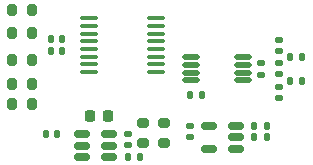
<source format=gbr>
%TF.GenerationSoftware,KiCad,Pcbnew,8.0.1*%
%TF.CreationDate,2024-11-10T15:13:46-05:00*%
%TF.ProjectId,ads1220_board,61647331-3232-4305-9f62-6f6172642e6b,rev?*%
%TF.SameCoordinates,Original*%
%TF.FileFunction,Paste,Top*%
%TF.FilePolarity,Positive*%
%FSLAX46Y46*%
G04 Gerber Fmt 4.6, Leading zero omitted, Abs format (unit mm)*
G04 Created by KiCad (PCBNEW 8.0.1) date 2024-11-10 15:13:46*
%MOMM*%
%LPD*%
G01*
G04 APERTURE LIST*
G04 Aperture macros list*
%AMRoundRect*
0 Rectangle with rounded corners*
0 $1 Rounding radius*
0 $2 $3 $4 $5 $6 $7 $8 $9 X,Y pos of 4 corners*
0 Add a 4 corners polygon primitive as box body*
4,1,4,$2,$3,$4,$5,$6,$7,$8,$9,$2,$3,0*
0 Add four circle primitives for the rounded corners*
1,1,$1+$1,$2,$3*
1,1,$1+$1,$4,$5*
1,1,$1+$1,$6,$7*
1,1,$1+$1,$8,$9*
0 Add four rect primitives between the rounded corners*
20,1,$1+$1,$2,$3,$4,$5,0*
20,1,$1+$1,$4,$5,$6,$7,0*
20,1,$1+$1,$6,$7,$8,$9,0*
20,1,$1+$1,$8,$9,$2,$3,0*%
G04 Aperture macros list end*
%ADD10RoundRect,0.135000X0.135000X0.185000X-0.135000X0.185000X-0.135000X-0.185000X0.135000X-0.185000X0*%
%ADD11RoundRect,0.140000X0.170000X-0.140000X0.170000X0.140000X-0.170000X0.140000X-0.170000X-0.140000X0*%
%ADD12RoundRect,0.140000X-0.140000X-0.170000X0.140000X-0.170000X0.140000X0.170000X-0.140000X0.170000X0*%
%ADD13RoundRect,0.100000X0.637500X0.100000X-0.637500X0.100000X-0.637500X-0.100000X0.637500X-0.100000X0*%
%ADD14RoundRect,0.140000X-0.170000X0.140000X-0.170000X-0.140000X0.170000X-0.140000X0.170000X0.140000X0*%
%ADD15RoundRect,0.140000X0.140000X0.170000X-0.140000X0.170000X-0.140000X-0.170000X0.140000X-0.170000X0*%
%ADD16RoundRect,0.200000X0.200000X0.275000X-0.200000X0.275000X-0.200000X-0.275000X0.200000X-0.275000X0*%
%ADD17RoundRect,0.135000X-0.135000X-0.185000X0.135000X-0.185000X0.135000X0.185000X-0.135000X0.185000X0*%
%ADD18RoundRect,0.150000X0.512500X0.150000X-0.512500X0.150000X-0.512500X-0.150000X0.512500X-0.150000X0*%
%ADD19RoundRect,0.200000X0.275000X-0.200000X0.275000X0.200000X-0.275000X0.200000X-0.275000X-0.200000X0*%
%ADD20RoundRect,0.200000X-0.275000X0.200000X-0.275000X-0.200000X0.275000X-0.200000X0.275000X0.200000X0*%
%ADD21RoundRect,0.225000X0.225000X0.250000X-0.225000X0.250000X-0.225000X-0.250000X0.225000X-0.250000X0*%
%ADD22RoundRect,0.150000X-0.512500X-0.150000X0.512500X-0.150000X0.512500X0.150000X-0.512500X0.150000X0*%
%ADD23RoundRect,0.135000X0.185000X-0.135000X0.185000X0.135000X-0.185000X0.135000X-0.185000X-0.135000X0*%
%ADD24RoundRect,0.112500X0.612500X0.112500X-0.612500X0.112500X-0.612500X-0.112500X0.612500X-0.112500X0*%
%ADD25RoundRect,0.200000X-0.200000X-0.275000X0.200000X-0.275000X0.200000X0.275000X-0.200000X0.275000X0*%
G04 APERTURE END LIST*
D10*
%TO.C,R1*%
X137960000Y-87800000D03*
X136940000Y-87800000D03*
%TD*%
D11*
%TO.C,C6*%
X139000000Y-84480000D03*
X139000000Y-83520000D03*
%TD*%
D12*
%TO.C,C5*%
X119720000Y-79500000D03*
X120680000Y-79500000D03*
%TD*%
D13*
%TO.C,U3*%
X128612500Y-82275000D03*
X128612500Y-81625000D03*
X128612500Y-80975000D03*
X128612500Y-80325000D03*
X128612500Y-79675000D03*
X128612500Y-79025000D03*
X128612500Y-78375000D03*
X128612500Y-77725000D03*
X122887500Y-77725000D03*
X122887500Y-78375000D03*
X122887500Y-79025000D03*
X122887500Y-79675000D03*
X122887500Y-80325000D03*
X122887500Y-80975000D03*
X122887500Y-81625000D03*
X122887500Y-82275000D03*
%TD*%
D14*
%TO.C,C2*%
X126250000Y-87520000D03*
X126250000Y-88480000D03*
%TD*%
D15*
%TO.C,C1*%
X120230000Y-87500000D03*
X119270000Y-87500000D03*
%TD*%
D16*
%TO.C,R12*%
X118075000Y-77000000D03*
X116425000Y-77000000D03*
%TD*%
D17*
%TO.C,R6*%
X139980000Y-83000000D03*
X141000000Y-83000000D03*
%TD*%
D18*
%TO.C,U4*%
X135337500Y-88750000D03*
X135337500Y-87800000D03*
X135337500Y-86850000D03*
X133062500Y-86850000D03*
X133062500Y-88750000D03*
%TD*%
D19*
%TO.C,R5*%
X129250000Y-88250000D03*
X129250000Y-86600000D03*
%TD*%
D16*
%TO.C,R11*%
X118075000Y-79000000D03*
X116425000Y-79000000D03*
%TD*%
D20*
%TO.C,R4*%
X127500000Y-86600000D03*
X127500000Y-88250000D03*
%TD*%
D21*
%TO.C,C4*%
X124525000Y-86000000D03*
X122975000Y-86000000D03*
%TD*%
D16*
%TO.C,R10*%
X118075000Y-81250000D03*
X116425000Y-81250000D03*
%TD*%
D22*
%TO.C,U1*%
X122362500Y-87550000D03*
X122362500Y-88500000D03*
X122362500Y-89450000D03*
X124637500Y-89450000D03*
X124637500Y-88500000D03*
X124637500Y-87550000D03*
%TD*%
D23*
%TO.C,R13*%
X137500000Y-82510000D03*
X137500000Y-81490000D03*
%TD*%
D11*
%TO.C,C8*%
X139000000Y-80480000D03*
X139000000Y-79520000D03*
%TD*%
%TO.C,C7*%
X139000000Y-82480000D03*
X139000000Y-81520000D03*
%TD*%
D12*
%TO.C,C3*%
X126270000Y-89500000D03*
X127230000Y-89500000D03*
%TD*%
D17*
%TO.C,R2*%
X136940000Y-86800000D03*
X137960000Y-86800000D03*
%TD*%
D14*
%TO.C,C11*%
X131450000Y-86820000D03*
X131450000Y-87780000D03*
%TD*%
D24*
%TO.C,U2*%
X135950000Y-82975000D03*
X135950000Y-82325000D03*
X135950000Y-81675000D03*
X135950000Y-81025000D03*
X131550000Y-81025000D03*
X131550000Y-81675000D03*
X131550000Y-82325000D03*
X131550000Y-82975000D03*
%TD*%
D10*
%TO.C,R7*%
X141000000Y-81000000D03*
X139980000Y-81000000D03*
%TD*%
D12*
%TO.C,C9*%
X119720000Y-80500000D03*
X120680000Y-80500000D03*
%TD*%
D25*
%TO.C,R9*%
X116425000Y-83250000D03*
X118075000Y-83250000D03*
%TD*%
%TO.C,R8*%
X116425000Y-85000000D03*
X118075000Y-85000000D03*
%TD*%
D15*
%TO.C,C10*%
X132480000Y-84250000D03*
X131520000Y-84250000D03*
%TD*%
M02*

</source>
